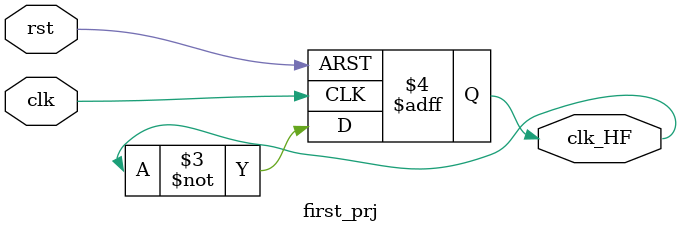
<source format=v>
module first_prj(
	clk,
	rst,
	clk_HF
	);
	
input clk;
input rst;

output reg clk_HF;

always@(posedge clk or negedge rst)
	if(!rst)
		clk_HF <= 1'b0;
	else 
		clk_HF <= ~clk_HF;

		
endmodule


</source>
